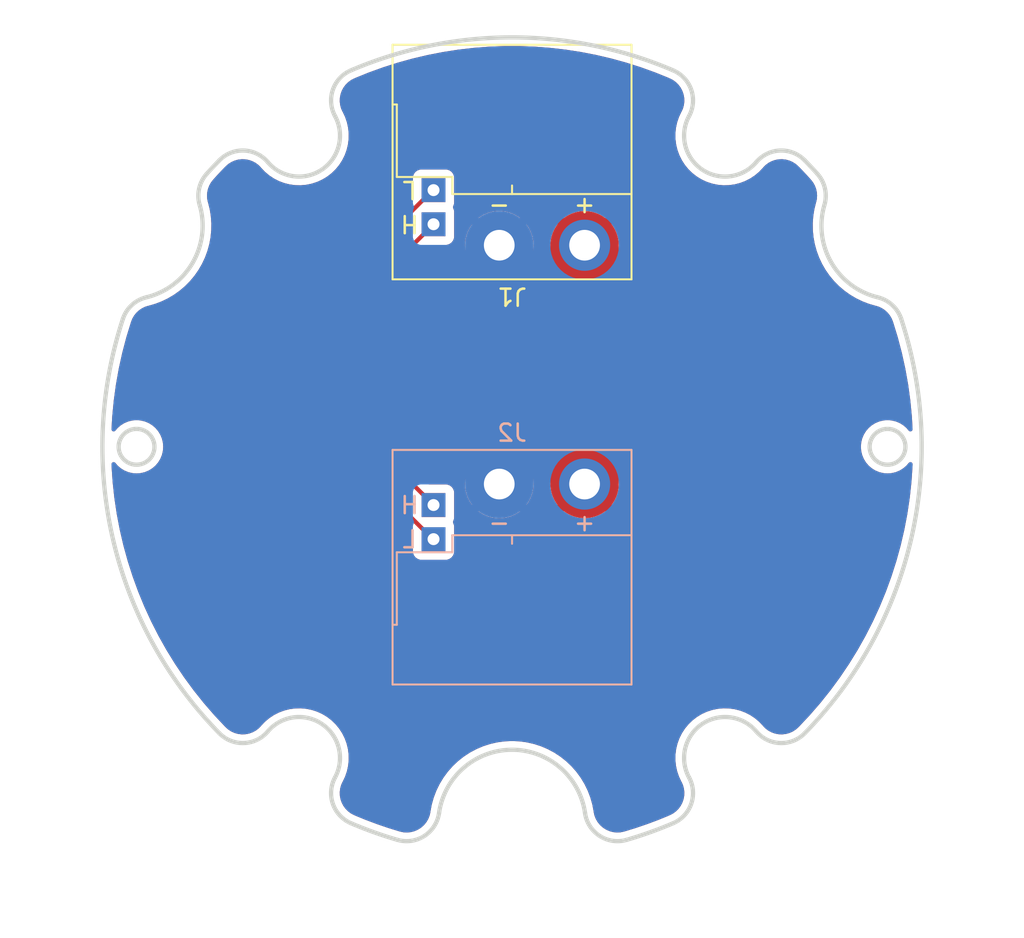
<source format=kicad_pcb>
(kicad_pcb (version 20211014) (generator pcbnew)
  (layers (0 "F.Cu" signal) (31 "B.Cu" signal) (34 "B.Paste" user) (35 "F.Paste" user) (36 "B.SilkS" user "B.Silkscreen") (37 "F.SilkS" user "F.Silkscreen") (38 "B.Mask" user) (39 "F.Mask" user) (44 "Edge.Cuts" user))
  (net 0 "")
  (net 1 "VBUS")
  (net 2 "GND")
  (net 3 "CAN_H")
  (net 4 "CAN_L")
  (footprint "Rolling_Custom:XT30PW(2+2)" (layer "F.Cu") (at 105 49.375 180)
    (fp_text reference "J1" (at 0 -3 180 unlocked) (layer "F.SilkS"))
    (fp_text value "XT30PW(2+2)")
    (fp_text user "+" (at -4.25 2.25 180 unlocked) (layer "F.SilkS"))
    (fp_text user "H" (at 6 1.25 180 unlocked) (layer "F.SilkS"))
    (fp_text user "L" (at 6 3.25 180 unlocked) (layer "F.SilkS"))
    (fp_text user "-" (at 0.75 2.25 180 unlocked) (layer "F.SilkS"))
    (fp_line (start 3.5 4) (end 6.75 4) (layer "F.SilkS") (width 0.12))
    (fp_line (start 6.75 8.25) (end 7 8.25) (layer "F.SilkS") (width 0.12))
    (fp_line (start -7 3) (end 3.5 3) (layer "F.SilkS") (width 0.12))
    (fp_line (start 0 3) (end 0 3.5) (layer "F.SilkS") (width 0.12))
    (fp_line (start 3.5 3) (end 3.5 4) (layer "F.SilkS") (width 0.12))
    (fp_line (start -7 11.75) (end 7 11.75) (layer "F.SilkS") (width 0.12))
    (fp_line (start 7 11.75) (end 7 -2) (layer "F.SilkS") (width 0.12))
    (fp_line (start 7 -2) (end -7 -2) (layer "F.SilkS") (width 0.12))
    (fp_line (start -7 -2) (end -7 11.75) (layer "F.SilkS") (width 0.12))
    (fp_line (start 6.75 4) (end 6.75 8.25) (layer "F.SilkS") (width 0.12))
    (pad "1" thru_hole circle (at -4.25 0 180) (size 3 3) (drill 1.8) (layers *.Cu *.Mask) (net 1 "VBUS"))
    (pad "2" thru_hole circle (at 0.75 0 180) (size 3 3) (drill 1.8) (layers *.Cu *.Mask) (net 2 "GND"))
    (pad "3" thru_hole rect (at 4.6 1.23 180) (size 1.4 1.4) (drill 0.7) (layers *.Cu *.Mask) (net 3 "CAN_H"))
    (pad "4" thru_hole rect (at 4.6 3.23 180) (size 1.4 1.4) (drill 0.7) (layers *.Cu *.Mask) (net 4 "CAN_L"))
  )
  (footprint "Rolling_Custom:XT30PW(2+2)" (layer "B.Cu") (at 105 63.375 180)
    (fp_text reference "J2" (at 0 3 unlocked) (layer "B.SilkS") (effects (justify mirror)))
    (fp_text value "XT30PW(2+2)")
    (fp_text user "+" (at -4.25 -2.25 unlocked) (layer "B.SilkS") (effects (justify mirror)))
    (fp_text user "-" (at 0.75 -2.25 unlocked) (layer "B.SilkS") (effects (justify mirror)))
    (fp_text user "L" (at 6 -3.25 unlocked) (layer "B.SilkS") (effects (justify mirror)))
    (fp_text user "H" (at 6 -1.25 unlocked) (layer "B.SilkS") (effects (justify mirror)))
    (fp_line (start 7 -11.75) (end 7 2) (layer "B.SilkS") (width 0.12))
    (fp_line (start 6.75 -4) (end 6.75 -8.25) (layer "B.SilkS") (width 0.12))
    (fp_line (start 7 2) (end -7 2) (layer "B.SilkS") (width 0.12))
    (fp_line (start -7 2) (end -7 -11.75) (layer "B.SilkS") (width 0.12))
    (fp_line (start 3.5 -4) (end 6.75 -4) (layer "B.SilkS") (width 0.12))
    (fp_line (start 6.75 -8.25) (end 7 -8.25) (layer "B.SilkS") (width 0.12))
    (fp_line (start -7 -3) (end 3.5 -3) (layer "B.SilkS") (width 0.12))
    (fp_line (start 3.5 -3) (end 3.5 -4) (layer "B.SilkS") (width 0.12))
    (fp_line (start 0 -3) (end 0 -3.5) (layer "B.SilkS") (width 0.12))
    (fp_line (start -7 -11.75) (end 7 -11.75) (layer "B.SilkS") (width 0.12))
    (pad "1" thru_hole circle (at -4.25 0 180) (size 3 3) (drill 1.8) (layers *.Cu *.Mask) (net 1 "VBUS"))
    (pad "2" thru_hole circle (at 0.75 0 180) (size 3 3) (drill 1.8) (layers *.Cu *.Mask) (net 2 "GND"))
    (pad "3" thru_hole rect (at 4.6 -1.23 180) (size 1.4 1.4) (drill 0.7) (layers *.Cu *.Mask) (net 3 "CAN_H"))
    (pad "4" thru_hole rect (at 4.6 -3.23 180) (size 1.4 1.4) (drill 0.7) (layers *.Cu *.Mask) (net 4 "CAN_L"))
  )
  (gr_arc (start 114.438353 83.257077) (mid 113.091164 83.785849) (end 111.714553 84.232458) (layer "Edge.Cuts") (width 0.25))
  (gr_arc (start 95.561647 83.257077) (mid 94.503229 82.122389) (end 94.629286 80.57582) (layer "Edge.Cuts") (width 0.25))
  (gr_arc (start 126.428367 52.428967) (mid 123.706149 50.39087) (end 123.302214 47.014312) (layer "Edge.Cuts") (width 0.25))
  (gr_arc (start 119.311299 44.50211) (mid 120.707152 43.824348) (end 122.148194 44.399817) (layer "Edge.Cuts") (width 0.25))
  (gr_arc (start 100.723346 82.660435) (mid 105 78.95087) (end 109.276654 82.660435) (layer "Edge.Cuts") (width 0.25))
  (gr_circle (center 127 61.19087) (end 128.05 61.19087) (layer "Edge.Cuts") (width 0.25) (fill none))
  (gr_arc (start 90.688701 77.87963) (mid 89.292848 78.557392) (end 87.851806 77.981923) (layer "Edge.Cuts") (width 0.25))
  (gr_arc (start 100.723346 82.660435) (mid 99.863113 84.002746) (end 98.285447 84.232458) (layer "Edge.Cuts") (width 0.25))
  (gr_arc (start 86.697786 47.014312) (mid 86.293851 50.39087) (end 83.571633 52.428967) (layer "Edge.Cuts") (width 0.25))
  (gr_arc (start 122.891216 45.193858) (mid 123.332782 46.050789) (end 123.302214 47.014312) (layer "Edge.Cuts") (width 0.25))
  (gr_arc (start 98.285447 84.232458) (mid 96.908836 83.785849) (end 95.561647 83.257077) (layer "Edge.Cuts") (width 0.25))
  (gr_arc (start 119.311299 44.50211) (mid 116.12476 44.931607) (end 115.370714 41.80592) (layer "Edge.Cuts") (width 0.25))
  (gr_arc (start 127.799427 53.695128) (mid 128.375525 66.630062) (end 122.148194 77.981923) (layer "Edge.Cuts") (width 0.25))
  (gr_arc (start 115.370714 80.57582) (mid 116.124759 77.450132) (end 119.311299 77.87963) (layer "Edge.Cuts") (width 0.25))
  (gr_arc (start 87.851806 44.399817) (mid 89.292848 43.824348) (end 90.688701 44.50211) (layer "Edge.Cuts") (width 0.25))
  (gr_arc (start 90.688701 77.87963) (mid 93.87524 77.450133) (end 94.629286 80.57582) (layer "Edge.Cuts") (width 0.25))
  (gr_arc (start 82.200573 53.695128) (mid 82.721915 52.884256) (end 83.571633 52.428967) (layer "Edge.Cuts") (width 0.25))
  (gr_arc (start 87.851806 77.981923) (mid 81.624475 66.630062) (end 82.200573 53.695128) (layer "Edge.Cuts") (width 0.25))
  (gr_arc (start 114.438353 39.124663) (mid 115.496771 40.259351) (end 115.370714 41.80592) (layer "Edge.Cuts") (width 0.25))
  (gr_arc (start 122.148194 77.981923) (mid 120.707152 78.557392) (end 119.311299 77.87963) (layer "Edge.Cuts") (width 0.25))
  (gr_arc (start 94.629286 41.80592) (mid 93.875241 44.931608) (end 90.688701 44.50211) (layer "Edge.Cuts") (width 0.25))
  (gr_arc (start 111.714553 84.232458) (mid 110.136887 84.002746) (end 109.276654 82.660435) (layer "Edge.Cuts") (width 0.25))
  (gr_arc (start 95.561647 39.124663) (mid 105 37.19087) (end 114.438353 39.124663) (layer "Edge.Cuts") (width 0.25))
  (gr_arc (start 126.428367 52.428967) (mid 127.278085 52.884256) (end 127.799427 53.695128) (layer "Edge.Cuts") (width 0.25))
  (gr_circle (center 83 61.19087) (end 84.05 61.19087) (layer "Edge.Cuts") (width 0.25) (fill none))
  (gr_arc (start 86.697786 47.014312) (mid 86.667218 46.050789) (end 87.108784 45.193858) (layer "Edge.Cuts") (width 0.25))
  (gr_arc (start 87.108784 45.193858) (mid 87.475797 44.792629) (end 87.851806 44.399817) (layer "Edge.Cuts") (width 0.25))
  (gr_arc (start 94.629286 41.80592) (mid 94.503229 40.259351) (end 95.561647 39.124663) (layer "Edge.Cuts") (width 0.25))
  (gr_arc (start 122.148194 44.399817) (mid 122.524203 44.792629) (end 122.891216 45.193858) (layer "Edge.Cuts") (width 0.25))
  (gr_arc (start 115.370714 80.57582) (mid 115.496771 82.122389) (end 114.438353 83.257077) (layer "Edge.Cuts") (width 0.25))
  (segment (start 109.25 49.375) (end 109.25 63.375) (width 4) (layer "F.Cu") (net 1))
  (segment (start 104.25 49.375) (end 104.25 63.375) (width 4) (layer "B.Cu") (net 2))
  (segment (start 100.4 48.145) (end 98.94952 49.59548) (width 0.25) (layer "F.Cu") (net 3))
  (segment (start 99.24952 56.30048) (end 99.640342 56.30048) (width 0.25) (layer "F.Cu") (net 3))
  (segment (start 99.640342 56.90048) (end 99.24952 56.90048) (width 0.25) (layer "F.Cu") (net 3))
  (segment (start 98.94952 49.59548) (end 98.94952 54.80048) (width 0.25) (layer "F.Cu") (net 3))
  (segment (start 98.94952 58.40048) (end 98.94952 59.65048) (width 0.25) (layer "F.Cu") (net 3))
  (segment (start 99.640342 55.70048) (end 99.24952 55.70048) (width 0.25) (layer "F.Cu") (net 3))
  (segment (start 98.94952 59.65048) (end 98.94952 63.15452) (width 0.25) (layer "F.Cu") (net 3))
  (segment (start 99.24952 55.10048) (end 99.640342 55.10048) (width 0.25) (layer "F.Cu") (net 3))
  (segment (start 98.94952 63.15452) (end 100.4 64.605) (width 0.25) (layer "F.Cu") (net 3))
  (segment (start 99.640342 58.10048) (end 99.24952 58.10048) (width 0.25) (layer "F.Cu") (net 3))
  (segment (start 99.24952 57.50048) (end 99.640342 57.50048) (width 0.25) (layer "F.Cu") (net 3))
  (arc (start 99.24952 55.70048) (mid 99.037388 55.788348) (end 98.94952 56.00048) (width 0.25) (layer "F.Cu") (net 3))
  (arc (start 99.640342 57.50048) (mid 99.852474 57.588348) (end 99.940342 57.80048) (width 0.25) (layer "F.Cu") (net 3))
  (arc (start 98.94952 54.80048) (mid 99.037388 55.012612) (end 99.24952 55.10048) (width 0.25) (layer "F.Cu") (net 3))
  (arc (start 99.940342 57.80048) (mid 99.852474 58.012612) (end 99.640342 58.10048) (width 0.25) (layer "F.Cu") (net 3))
  (arc (start 98.94952 57.20048) (mid 99.037388 57.412612) (end 99.24952 57.50048) (width 0.25) (layer "F.Cu") (net 3))
  (arc (start 99.24952 58.10048) (mid 99.037388 58.188348) (end 98.94952 58.40048) (width 0.25) (layer "F.Cu") (net 3))
  (arc (start 99.24952 56.90048) (mid 99.037388 56.988348) (end 98.94952 57.20048) (width 0.25) (layer "F.Cu") (net 3))
  (arc (start 99.940342 56.60048) (mid 99.852474 56.812612) (end 99.640342 56.90048) (width 0.25) (layer "F.Cu") (net 3))
  (arc (start 99.640342 56.30048) (mid 99.852474 56.388348) (end 99.940342 56.60048) (width 0.25) (layer "F.Cu") (net 3))
  (arc (start 99.940342 55.40048) (mid 99.852474 55.612612) (end 99.640342 55.70048) (width 0.25) (layer "F.Cu") (net 3))
  (arc (start 99.640342 55.10048) (mid 99.852474 55.188348) (end 99.940342 55.40048) (width 0.25) (layer "F.Cu") (net 3))
  (arc (start 98.94952 56.00048) (mid 99.037388 56.212612) (end 99.24952 56.30048) (width 0.25) (layer "F.Cu") (net 3))
  (segment (start 98.5 48) (end 100.355 46.145) (width 0.25) (layer "F.Cu") (net 4))
  (segment (start 98.5 64.75) (end 98.5 48) (width 0.25) (layer "F.Cu") (net 4))
  (segment (start 100.4 66.605) (end 100.355 66.605) (width 0.25) (layer "F.Cu") (net 4))
  (segment (start 100.355 66.605) (end 98.5 64.75) (width 0.25) (layer "F.Cu") (net 4))
  (segment (start 100.355 46.145) (end 100.4 46.145) (width 0.25) (layer "F.Cu") (net 4))
  (zone (net 1) (net_name "VBUS") (layer "F.Cu") (connect_pads (clearance 0.508)) (min_thickness 0.254) (fill yes (thermal_gap 0.508) (thermal_bridge_width 0.508))
    (polygon (pts (xy 135 90) (xy 75 90) (xy 75 35) (xy 135 35)))
  )
  (zone (net 2) (net_name "GND") (layer "B.Cu") (connect_pads (clearance 0.508)) (min_thickness 0.254) (fill yes (thermal_gap 0.508) (thermal_bridge_width 0.508))
    (polygon (pts (xy 135 90) (xy 75 90) (xy 75 35) (xy 135 35)))
  )
)
</source>
